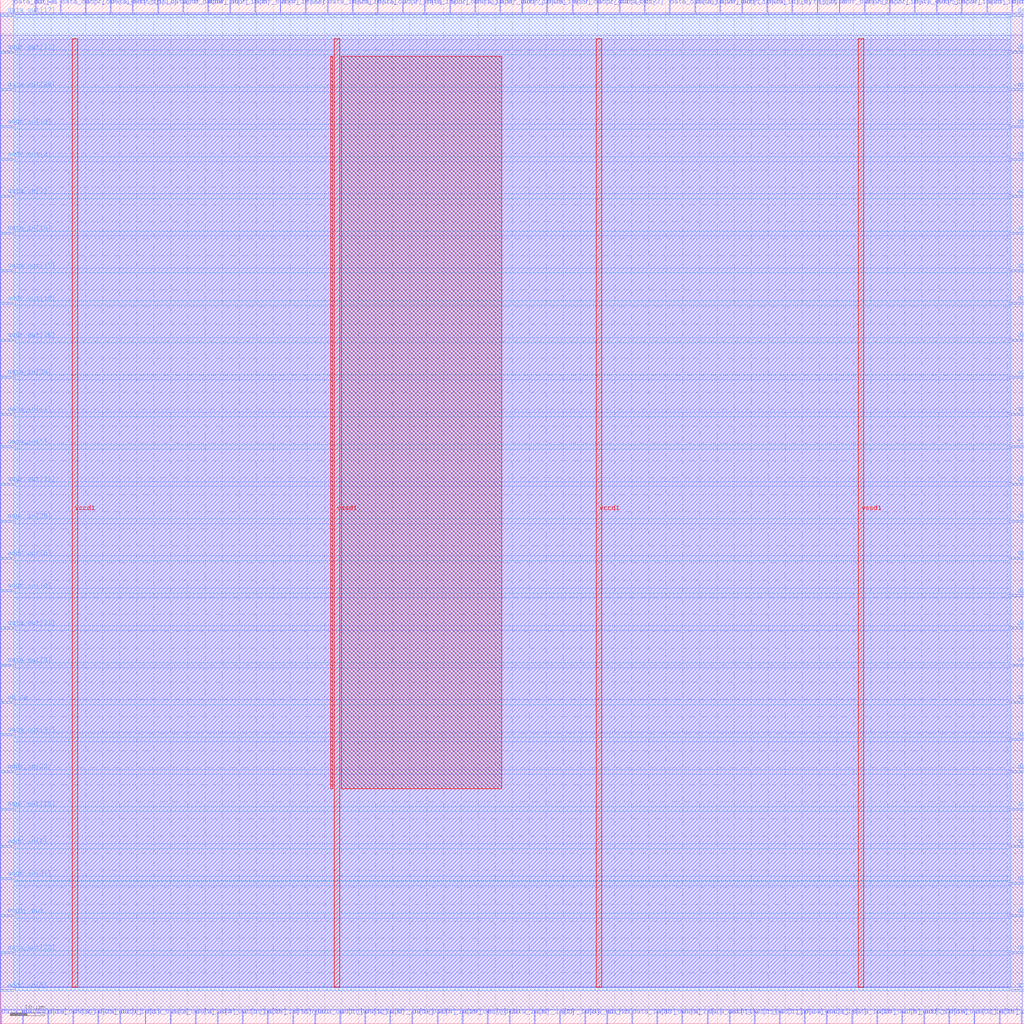
<source format=lef>
VERSION 5.7 ;
  NOWIREEXTENSIONATPIN ON ;
  DIVIDERCHAR "/" ;
  BUSBITCHARS "[]" ;
MACRO storebuffer
  CLASS BLOCK ;
  FOREIGN storebuffer ;
  ORIGIN 0.000 0.000 ;
  SIZE 300.000 BY 300.000 ;
  PIN addr_in[0]
    DIRECTION INPUT ;
    USE SIGNAL ;
    PORT
      LAYER met3 ;
        RECT 296.000 51.720 300.000 52.320 ;
    END
  END addr_in[0]
  PIN addr_in[10]
    DIRECTION INPUT ;
    USE SIGNAL ;
    PORT
      LAYER met3 ;
        RECT 0.000 126.520 4.000 127.120 ;
    END
  END addr_in[10]
  PIN addr_in[11]
    DIRECTION INPUT ;
    USE SIGNAL ;
    PORT
      LAYER met2 ;
        RECT 78.290 0.000 78.570 4.000 ;
    END
  END addr_in[11]
  PIN addr_in[12]
    DIRECTION INPUT ;
    USE SIGNAL ;
    PORT
      LAYER met3 ;
        RECT 0.000 262.520 4.000 263.120 ;
    END
  END addr_in[12]
  PIN addr_in[13]
    DIRECTION INPUT ;
    USE SIGNAL ;
    PORT
      LAYER met2 ;
        RECT 38.730 296.000 39.010 300.000 ;
    END
  END addr_in[13]
  PIN addr_in[14]
    DIRECTION INPUT ;
    USE SIGNAL ;
    PORT
      LAYER met2 ;
        RECT 53.450 296.000 53.730 300.000 ;
    END
  END addr_in[14]
  PIN addr_in[15]
    DIRECTION INPUT ;
    USE SIGNAL ;
    PORT
      LAYER met2 ;
        RECT 70.930 0.000 71.210 4.000 ;
    END
  END addr_in[15]
  PIN addr_in[16]
    DIRECTION INPUT ;
    USE SIGNAL ;
    PORT
      LAYER met3 ;
        RECT 296.000 210.840 300.000 211.440 ;
    END
  END addr_in[16]
  PIN addr_in[17]
    DIRECTION INPUT ;
    USE SIGNAL ;
    PORT
      LAYER met3 ;
        RECT 296.000 9.560 300.000 10.160 ;
    END
  END addr_in[17]
  PIN addr_in[18]
    DIRECTION INPUT ;
    USE SIGNAL ;
    PORT
      LAYER met2 ;
        RECT 270.570 0.000 270.850 4.000 ;
    END
  END addr_in[18]
  PIN addr_in[19]
    DIRECTION INPUT ;
    USE SIGNAL ;
    PORT
      LAYER met2 ;
        RECT 114.170 0.000 114.450 4.000 ;
    END
  END addr_in[19]
  PIN addr_in[1]
    DIRECTION INPUT ;
    USE SIGNAL ;
    PORT
      LAYER met2 ;
        RECT 156.490 0.000 156.770 4.000 ;
    END
  END addr_in[1]
  PIN addr_in[20]
    DIRECTION INPUT ;
    USE SIGNAL ;
    PORT
      LAYER met2 ;
        RECT 217.210 296.000 217.490 300.000 ;
    END
  END addr_in[20]
  PIN addr_in[21]
    DIRECTION INPUT ;
    USE SIGNAL ;
    PORT
      LAYER met3 ;
        RECT 0.000 42.200 4.000 42.800 ;
    END
  END addr_in[21]
  PIN addr_in[22]
    DIRECTION INPUT ;
    USE SIGNAL ;
    PORT
      LAYER met2 ;
        RECT 81.970 296.000 82.250 300.000 ;
    END
  END addr_in[22]
  PIN addr_in[23]
    DIRECTION INPUT ;
    USE SIGNAL ;
    PORT
      LAYER met3 ;
        RECT 0.000 73.480 4.000 74.080 ;
    END
  END addr_in[23]
  PIN addr_in[24]
    DIRECTION INPUT ;
    USE SIGNAL ;
    PORT
      LAYER met2 ;
        RECT 228.250 0.000 228.530 4.000 ;
    END
  END addr_in[24]
  PIN addr_in[25]
    DIRECTION INPUT ;
    USE SIGNAL ;
    PORT
      LAYER met3 ;
        RECT 0.000 146.920 4.000 147.520 ;
    END
  END addr_in[25]
  PIN addr_in[26]
    DIRECTION INPUT ;
    USE SIGNAL ;
    PORT
      LAYER met2 ;
        RECT 281.610 296.000 281.890 300.000 ;
    END
  END addr_in[26]
  PIN addr_in[27]
    DIRECTION INPUT ;
    USE SIGNAL ;
    PORT
      LAYER met2 ;
        RECT 253.090 296.000 253.370 300.000 ;
    END
  END addr_in[27]
  PIN addr_in[28]
    DIRECTION INPUT ;
    USE SIGNAL ;
    PORT
      LAYER met2 ;
        RECT 152.810 296.000 153.090 300.000 ;
    END
  END addr_in[28]
  PIN addr_in[29]
    DIRECTION INPUT ;
    USE SIGNAL ;
    PORT
      LAYER met2 ;
        RECT 127.970 0.000 128.250 4.000 ;
    END
  END addr_in[29]
  PIN addr_in[2]
    DIRECTION INPUT ;
    USE SIGNAL ;
    PORT
      LAYER met3 ;
        RECT 0.000 51.720 4.000 52.320 ;
    END
  END addr_in[2]
  PIN addr_in[30]
    DIRECTION INPUT ;
    USE SIGNAL ;
    PORT
      LAYER met2 ;
        RECT 274.250 296.000 274.530 300.000 ;
    END
  END addr_in[30]
  PIN addr_in[31]
    DIRECTION INPUT ;
    USE SIGNAL ;
    PORT
      LAYER met2 ;
        RECT 292.650 0.000 292.930 4.000 ;
    END
  END addr_in[31]
  PIN addr_in[3]
    DIRECTION INPUT ;
    USE SIGNAL ;
    PORT
      LAYER met3 ;
        RECT 0.000 9.560 4.000 10.160 ;
    END
  END addr_in[3]
  PIN addr_in[4]
    DIRECTION INPUT ;
    USE SIGNAL ;
    PORT
      LAYER met2 ;
        RECT 260.450 296.000 260.730 300.000 ;
    END
  END addr_in[4]
  PIN addr_in[5]
    DIRECTION INPUT ;
    USE SIGNAL ;
    PORT
      LAYER met2 ;
        RECT 288.970 296.000 289.250 300.000 ;
    END
  END addr_in[5]
  PIN addr_in[6]
    DIRECTION INPUT ;
    USE SIGNAL ;
    PORT
      LAYER met2 ;
        RECT 67.250 296.000 67.530 300.000 ;
    END
  END addr_in[6]
  PIN addr_in[7]
    DIRECTION INPUT ;
    USE SIGNAL ;
    PORT
      LAYER met2 ;
        RECT 60.810 296.000 61.090 300.000 ;
    END
  END addr_in[7]
  PIN addr_in[8]
    DIRECTION INPUT ;
    USE SIGNAL ;
    PORT
      LAYER met2 ;
        RECT 117.850 296.000 118.130 300.000 ;
    END
  END addr_in[8]
  PIN addr_in[9]
    DIRECTION INPUT ;
    USE SIGNAL ;
    PORT
      LAYER met2 ;
        RECT 163.850 0.000 164.130 4.000 ;
    END
  END addr_in[9]
  PIN addr_out[0]
    DIRECTION OUTPUT TRISTATE ;
    USE SIGNAL ;
    PORT
      LAYER met2 ;
        RECT 135.330 0.000 135.610 4.000 ;
    END
  END addr_out[0]
  PIN addr_out[10]
    DIRECTION OUTPUT TRISTATE ;
    USE SIGNAL ;
    PORT
      LAYER met3 ;
        RECT 296.000 178.200 300.000 178.800 ;
    END
  END addr_out[10]
  PIN addr_out[11]
    DIRECTION OUTPUT TRISTATE ;
    USE SIGNAL ;
    PORT
      LAYER met2 ;
        RECT 220.890 0.000 221.170 4.000 ;
    END
  END addr_out[11]
  PIN addr_out[12]
    DIRECTION OUTPUT TRISTATE ;
    USE SIGNAL ;
    PORT
      LAYER met2 ;
        RECT 99.450 0.000 99.730 4.000 ;
    END
  END addr_out[12]
  PIN addr_out[13]
    DIRECTION OUTPUT TRISTATE ;
    USE SIGNAL ;
    PORT
      LAYER met2 ;
        RECT 131.650 296.000 131.930 300.000 ;
    END
  END addr_out[13]
  PIN addr_out[14]
    DIRECTION OUTPUT TRISTATE ;
    USE SIGNAL ;
    PORT
      LAYER met2 ;
        RECT 174.890 296.000 175.170 300.000 ;
    END
  END addr_out[14]
  PIN addr_out[15]
    DIRECTION OUTPUT TRISTATE ;
    USE SIGNAL ;
    PORT
      LAYER met2 ;
        RECT 213.530 0.000 213.810 4.000 ;
    END
  END addr_out[15]
  PIN addr_out[16]
    DIRECTION OUTPUT TRISTATE ;
    USE SIGNAL ;
    PORT
      LAYER met3 ;
        RECT 0.000 210.840 4.000 211.440 ;
    END
  END addr_out[16]
  PIN addr_out[17]
    DIRECTION OUTPUT TRISTATE ;
    USE SIGNAL ;
    PORT
      LAYER met2 ;
        RECT 210.770 296.000 211.050 300.000 ;
    END
  END addr_out[17]
  PIN addr_out[18]
    DIRECTION OUTPUT TRISTATE ;
    USE SIGNAL ;
    PORT
      LAYER met3 ;
        RECT 0.000 62.600 4.000 63.200 ;
    END
  END addr_out[18]
  PIN addr_out[19]
    DIRECTION OUTPUT TRISTATE ;
    USE SIGNAL ;
    PORT
      LAYER met3 ;
        RECT 296.000 189.080 300.000 189.680 ;
    END
  END addr_out[19]
  PIN addr_out[1]
    DIRECTION OUTPUT TRISTATE ;
    USE SIGNAL ;
    PORT
      LAYER met3 ;
        RECT 296.000 231.240 300.000 231.840 ;
    END
  END addr_out[1]
  PIN addr_out[20]
    DIRECTION OUTPUT TRISTATE ;
    USE SIGNAL ;
    PORT
      LAYER met3 ;
        RECT 296.000 40.840 300.000 41.440 ;
    END
  END addr_out[20]
  PIN addr_out[21]
    DIRECTION OUTPUT TRISTATE ;
    USE SIGNAL ;
    PORT
      LAYER met3 ;
        RECT 296.000 93.880 300.000 94.480 ;
    END
  END addr_out[21]
  PIN addr_out[22]
    DIRECTION OUTPUT TRISTATE ;
    USE SIGNAL ;
    PORT
      LAYER met3 ;
        RECT 0.000 284.280 4.000 284.880 ;
    END
  END addr_out[22]
  PIN addr_out[23]
    DIRECTION OUTPUT TRISTATE ;
    USE SIGNAL ;
    PORT
      LAYER met3 ;
        RECT 0.000 157.800 4.000 158.400 ;
    END
  END addr_out[23]
  PIN addr_out[24]
    DIRECTION OUTPUT TRISTATE ;
    USE SIGNAL ;
    PORT
      LAYER met3 ;
        RECT 296.000 220.360 300.000 220.960 ;
    END
  END addr_out[24]
  PIN addr_out[25]
    DIRECTION OUTPUT TRISTATE ;
    USE SIGNAL ;
    PORT
      LAYER met2 ;
        RECT 264.130 0.000 264.410 4.000 ;
    END
  END addr_out[25]
  PIN addr_out[26]
    DIRECTION OUTPUT TRISTATE ;
    USE SIGNAL ;
    PORT
      LAYER met3 ;
        RECT 0.000 199.960 4.000 200.560 ;
    END
  END addr_out[26]
  PIN addr_out[27]
    DIRECTION OUTPUT TRISTATE ;
    USE SIGNAL ;
    PORT
      LAYER met2 ;
        RECT 167.530 296.000 167.810 300.000 ;
    END
  END addr_out[27]
  PIN addr_out[28]
    DIRECTION OUTPUT TRISTATE ;
    USE SIGNAL ;
    PORT
      LAYER met2 ;
        RECT 245.730 296.000 246.010 300.000 ;
    END
  END addr_out[28]
  PIN addr_out[29]
    DIRECTION OUTPUT TRISTATE ;
    USE SIGNAL ;
    PORT
      LAYER met3 ;
        RECT 296.000 273.400 300.000 274.000 ;
    END
  END addr_out[29]
  PIN addr_out[2]
    DIRECTION OUTPUT TRISTATE ;
    USE SIGNAL ;
    PORT
      LAYER met3 ;
        RECT 0.000 253.000 4.000 253.600 ;
    END
  END addr_out[2]
  PIN addr_out[30]
    DIRECTION OUTPUT TRISTATE ;
    USE SIGNAL ;
    PORT
      LAYER met2 ;
        RECT 63.570 0.000 63.850 4.000 ;
    END
  END addr_out[30]
  PIN addr_out[31]
    DIRECTION OUTPUT TRISTATE ;
    USE SIGNAL ;
    PORT
      LAYER met2 ;
        RECT 24.930 296.000 25.210 300.000 ;
    END
  END addr_out[31]
  PIN addr_out[3]
    DIRECTION OUTPUT TRISTATE ;
    USE SIGNAL ;
    PORT
      LAYER met3 ;
        RECT 296.000 62.600 300.000 63.200 ;
    END
  END addr_out[3]
  PIN addr_out[4]
    DIRECTION OUTPUT TRISTATE ;
    USE SIGNAL ;
    PORT
      LAYER met2 ;
        RECT 74.610 296.000 74.890 300.000 ;
    END
  END addr_out[4]
  PIN addr_out[5]
    DIRECTION OUTPUT TRISTATE ;
    USE SIGNAL ;
    PORT
      LAYER met2 ;
        RECT 256.770 0.000 257.050 4.000 ;
    END
  END addr_out[5]
  PIN addr_out[6]
    DIRECTION OUTPUT TRISTATE ;
    USE SIGNAL ;
    PORT
      LAYER met3 ;
        RECT 0.000 136.040 4.000 136.640 ;
    END
  END addr_out[6]
  PIN addr_out[7]
    DIRECTION OUTPUT TRISTATE ;
    USE SIGNAL ;
    PORT
      LAYER met2 ;
        RECT 146.370 296.000 146.650 300.000 ;
    END
  END addr_out[7]
  PIN addr_out[8]
    DIRECTION OUTPUT TRISTATE ;
    USE SIGNAL ;
    PORT
      LAYER met2 ;
        RECT 192.370 0.000 192.650 4.000 ;
    END
  END addr_out[8]
  PIN addr_out[9]
    DIRECTION OUTPUT TRISTATE ;
    USE SIGNAL ;
    PORT
      LAYER met3 ;
        RECT 296.000 242.120 300.000 242.720 ;
    END
  END addr_out[9]
  PIN clk
    DIRECTION INPUT ;
    USE SIGNAL ;
    PORT
      LAYER met2 ;
        RECT 188.690 296.000 188.970 300.000 ;
    END
  END clk
  PIN data_in[0]
    DIRECTION INPUT ;
    USE SIGNAL ;
    PORT
      LAYER met2 ;
        RECT 106.810 0.000 107.090 4.000 ;
    END
  END data_in[0]
  PIN data_in[10]
    DIRECTION INPUT ;
    USE SIGNAL ;
    PORT
      LAYER met3 ;
        RECT 0.000 231.240 4.000 231.840 ;
    END
  END data_in[10]
  PIN data_in[11]
    DIRECTION INPUT ;
    USE SIGNAL ;
    PORT
      LAYER met3 ;
        RECT 0.000 178.200 4.000 178.800 ;
    END
  END data_in[11]
  PIN data_in[12]
    DIRECTION INPUT ;
    USE SIGNAL ;
    PORT
      LAYER met2 ;
        RECT 124.290 296.000 124.570 300.000 ;
    END
  END data_in[12]
  PIN data_in[13]
    DIRECTION INPUT ;
    USE SIGNAL ;
    PORT
      LAYER met2 ;
        RECT 185.010 0.000 185.290 4.000 ;
    END
  END data_in[13]
  PIN data_in[14]
    DIRECTION INPUT ;
    USE SIGNAL ;
    PORT
      LAYER met3 ;
        RECT 296.000 157.800 300.000 158.400 ;
    END
  END data_in[14]
  PIN data_in[15]
    DIRECTION INPUT ;
    USE SIGNAL ;
    PORT
      LAYER met2 ;
        RECT 285.290 0.000 285.570 4.000 ;
    END
  END data_in[15]
  PIN data_in[16]
    DIRECTION INPUT ;
    USE SIGNAL ;
    PORT
      LAYER met2 ;
        RECT 224.570 296.000 224.850 300.000 ;
    END
  END data_in[16]
  PIN data_in[17]
    DIRECTION INPUT ;
    USE SIGNAL ;
    PORT
      LAYER met3 ;
        RECT 296.000 284.280 300.000 284.880 ;
    END
  END data_in[17]
  PIN data_in[18]
    DIRECTION INPUT ;
    USE SIGNAL ;
    PORT
      LAYER met2 ;
        RECT 160.170 296.000 160.450 300.000 ;
    END
  END data_in[18]
  PIN data_in[19]
    DIRECTION INPUT ;
    USE SIGNAL ;
    PORT
      LAYER met2 ;
        RECT 6.530 0.000 6.810 4.000 ;
    END
  END data_in[19]
  PIN data_in[1]
    DIRECTION INPUT ;
    USE SIGNAL ;
    PORT
      LAYER met2 ;
        RECT 35.050 0.000 35.330 4.000 ;
    END
  END data_in[1]
  PIN data_in[20]
    DIRECTION INPUT ;
    USE SIGNAL ;
    PORT
      LAYER met2 ;
        RECT 249.410 0.000 249.690 4.000 ;
    END
  END data_in[20]
  PIN data_in[21]
    DIRECTION INPUT ;
    USE SIGNAL ;
    PORT
      LAYER met2 ;
        RECT 103.130 296.000 103.410 300.000 ;
    END
  END data_in[21]
  PIN data_in[22]
    DIRECTION INPUT ;
    USE SIGNAL ;
    PORT
      LAYER met3 ;
        RECT 296.000 125.160 300.000 125.760 ;
    END
  END data_in[22]
  PIN data_in[23]
    DIRECTION INPUT ;
    USE SIGNAL ;
    PORT
      LAYER met3 ;
        RECT 296.000 73.480 300.000 74.080 ;
    END
  END data_in[23]
  PIN data_in[24]
    DIRECTION INPUT ;
    USE SIGNAL ;
    PORT
      LAYER met3 ;
        RECT 296.000 295.160 300.000 295.760 ;
    END
  END data_in[24]
  PIN data_in[25]
    DIRECTION INPUT ;
    USE SIGNAL ;
    PORT
      LAYER met2 ;
        RECT 21.250 0.000 21.530 4.000 ;
    END
  END data_in[25]
  PIN data_in[26]
    DIRECTION INPUT ;
    USE SIGNAL ;
    PORT
      LAYER met2 ;
        RECT 95.770 296.000 96.050 300.000 ;
    END
  END data_in[26]
  PIN data_in[27]
    DIRECTION INPUT ;
    USE SIGNAL ;
    PORT
      LAYER met3 ;
        RECT 296.000 83.000 300.000 83.600 ;
    END
  END data_in[27]
  PIN data_in[28]
    DIRECTION INPUT ;
    USE SIGNAL ;
    PORT
      LAYER met2 ;
        RECT 203.410 296.000 203.690 300.000 ;
    END
  END data_in[28]
  PIN data_in[29]
    DIRECTION INPUT ;
    USE SIGNAL ;
    PORT
      LAYER met3 ;
        RECT 296.000 20.440 300.000 21.040 ;
    END
  END data_in[29]
  PIN data_in[2]
    DIRECTION INPUT ;
    USE SIGNAL ;
    PORT
      LAYER met3 ;
        RECT 0.000 242.120 4.000 242.720 ;
    END
  END data_in[2]
  PIN data_in[30]
    DIRECTION INPUT ;
    USE SIGNAL ;
    PORT
      LAYER met3 ;
        RECT 0.000 189.080 4.000 189.680 ;
    END
  END data_in[30]
  PIN data_in[31]
    DIRECTION INPUT ;
    USE SIGNAL ;
    PORT
      LAYER met3 ;
        RECT 296.000 136.040 300.000 136.640 ;
    END
  END data_in[31]
  PIN data_in[3]
    DIRECTION INPUT ;
    USE SIGNAL ;
    PORT
      LAYER met2 ;
        RECT 296.330 296.000 296.610 300.000 ;
    END
  END data_in[3]
  PIN data_in[4]
    DIRECTION INPUT ;
    USE SIGNAL ;
    PORT
      LAYER met2 ;
        RECT 57.130 0.000 57.410 4.000 ;
    END
  END data_in[4]
  PIN data_in[5]
    DIRECTION INPUT ;
    USE SIGNAL ;
    PORT
      LAYER met3 ;
        RECT 0.000 168.680 4.000 169.280 ;
    END
  END data_in[5]
  PIN data_in[6]
    DIRECTION INPUT ;
    USE SIGNAL ;
    PORT
      LAYER met2 ;
        RECT 149.130 0.000 149.410 4.000 ;
    END
  END data_in[6]
  PIN data_in[7]
    DIRECTION INPUT ;
    USE SIGNAL ;
    PORT
      LAYER met2 ;
        RECT 242.050 0.000 242.330 4.000 ;
    END
  END data_in[7]
  PIN data_in[8]
    DIRECTION INPUT ;
    USE SIGNAL ;
    PORT
      LAYER met2 ;
        RECT 139.010 296.000 139.290 300.000 ;
    END
  END data_in[8]
  PIN data_in[9]
    DIRECTION INPUT ;
    USE SIGNAL ;
    PORT
      LAYER met2 ;
        RECT 199.730 0.000 200.010 4.000 ;
    END
  END data_in[9]
  PIN data_out[0]
    DIRECTION OUTPUT TRISTATE ;
    USE SIGNAL ;
    PORT
      LAYER met2 ;
        RECT 28.610 0.000 28.890 4.000 ;
    END
  END data_out[0]
  PIN data_out[10]
    DIRECTION OUTPUT TRISTATE ;
    USE SIGNAL ;
    PORT
      LAYER met2 ;
        RECT 92.090 0.000 92.370 4.000 ;
    END
  END data_out[10]
  PIN data_out[11]
    DIRECTION OUTPUT TRISTATE ;
    USE SIGNAL ;
    PORT
      LAYER met2 ;
        RECT 277.930 0.000 278.210 4.000 ;
    END
  END data_out[11]
  PIN data_out[12]
    DIRECTION OUTPUT TRISTATE ;
    USE SIGNAL ;
    PORT
      LAYER met3 ;
        RECT 296.000 199.960 300.000 200.560 ;
    END
  END data_out[12]
  PIN data_out[13]
    DIRECTION OUTPUT TRISTATE ;
    USE SIGNAL ;
    PORT
      LAYER met3 ;
        RECT 296.000 115.640 300.000 116.240 ;
    END
  END data_out[13]
  PIN data_out[14]
    DIRECTION OUTPUT TRISTATE ;
    USE SIGNAL ;
    PORT
      LAYER met2 ;
        RECT 207.090 0.000 207.370 4.000 ;
    END
  END data_out[14]
  PIN data_out[15]
    DIRECTION OUTPUT TRISTATE ;
    USE SIGNAL ;
    PORT
      LAYER met3 ;
        RECT 0.000 220.360 4.000 220.960 ;
    END
  END data_out[15]
  PIN data_out[16]
    DIRECTION OUTPUT TRISTATE ;
    USE SIGNAL ;
    PORT
      LAYER met3 ;
        RECT 296.000 31.320 300.000 31.920 ;
    END
  END data_out[16]
  PIN data_out[17]
    DIRECTION OUTPUT TRISTATE ;
    USE SIGNAL ;
    PORT
      LAYER met3 ;
        RECT 0.000 295.160 4.000 295.760 ;
    END
  END data_out[17]
  PIN data_out[18]
    DIRECTION OUTPUT TRISTATE ;
    USE SIGNAL ;
    PORT
      LAYER met3 ;
        RECT 296.000 146.920 300.000 147.520 ;
    END
  END data_out[18]
  PIN data_out[19]
    DIRECTION OUTPUT TRISTATE ;
    USE SIGNAL ;
    PORT
      LAYER met3 ;
        RECT 296.000 253.000 300.000 253.600 ;
    END
  END data_out[19]
  PIN data_out[1]
    DIRECTION OUTPUT TRISTATE ;
    USE SIGNAL ;
    PORT
      LAYER met2 ;
        RECT 235.610 0.000 235.890 4.000 ;
    END
  END data_out[1]
  PIN data_out[20]
    DIRECTION OUTPUT TRISTATE ;
    USE SIGNAL ;
    PORT
      LAYER met3 ;
        RECT 296.000 262.520 300.000 263.120 ;
    END
  END data_out[20]
  PIN data_out[21]
    DIRECTION OUTPUT TRISTATE ;
    USE SIGNAL ;
    PORT
      LAYER met2 ;
        RECT 3.770 296.000 4.050 300.000 ;
    END
  END data_out[21]
  PIN data_out[22]
    DIRECTION OUTPUT TRISTATE ;
    USE SIGNAL ;
    PORT
      LAYER met3 ;
        RECT 0.000 20.440 4.000 21.040 ;
    END
  END data_out[22]
  PIN data_out[23]
    DIRECTION OUTPUT TRISTATE ;
    USE SIGNAL ;
    PORT
      LAYER met3 ;
        RECT 0.000 115.640 4.000 116.240 ;
    END
  END data_out[23]
  PIN data_out[24]
    DIRECTION OUTPUT TRISTATE ;
    USE SIGNAL ;
    PORT
      LAYER met2 ;
        RECT 0.090 0.000 0.370 4.000 ;
    END
  END data_out[24]
  PIN data_out[25]
    DIRECTION OUTPUT TRISTATE ;
    USE SIGNAL ;
    PORT
      LAYER met2 ;
        RECT 171.210 0.000 171.490 4.000 ;
    END
  END data_out[25]
  PIN data_out[26]
    DIRECTION OUTPUT TRISTATE ;
    USE SIGNAL ;
    PORT
      LAYER met2 ;
        RECT 32.290 296.000 32.570 300.000 ;
    END
  END data_out[26]
  PIN data_out[27]
    DIRECTION OUTPUT TRISTATE ;
    USE SIGNAL ;
    PORT
      LAYER met2 ;
        RECT 110.490 296.000 110.770 300.000 ;
    END
  END data_out[27]
  PIN data_out[28]
    DIRECTION OUTPUT TRISTATE ;
    USE SIGNAL ;
    PORT
      LAYER met2 ;
        RECT 196.050 296.000 196.330 300.000 ;
    END
  END data_out[28]
  PIN data_out[29]
    DIRECTION OUTPUT TRISTATE ;
    USE SIGNAL ;
    PORT
      LAYER met3 ;
        RECT 0.000 273.400 4.000 274.000 ;
    END
  END data_out[29]
  PIN data_out[2]
    DIRECTION OUTPUT TRISTATE ;
    USE SIGNAL ;
    PORT
      LAYER met2 ;
        RECT 42.410 0.000 42.690 4.000 ;
    END
  END data_out[2]
  PIN data_out[30]
    DIRECTION OUTPUT TRISTATE ;
    USE SIGNAL ;
    PORT
      LAYER met2 ;
        RECT 13.890 0.000 14.170 4.000 ;
    END
  END data_out[30]
  PIN data_out[31]
    DIRECTION OUTPUT TRISTATE ;
    USE SIGNAL ;
    PORT
      LAYER met3 ;
        RECT 0.000 84.360 4.000 84.960 ;
    END
  END data_out[31]
  PIN data_out[3]
    DIRECTION OUTPUT TRISTATE ;
    USE SIGNAL ;
    PORT
      LAYER met2 ;
        RECT 181.330 296.000 181.610 300.000 ;
    END
  END data_out[3]
  PIN data_out[4]
    DIRECTION OUTPUT TRISTATE ;
    USE SIGNAL ;
    PORT
      LAYER met2 ;
        RECT 120.610 0.000 120.890 4.000 ;
    END
  END data_out[4]
  PIN data_out[5]
    DIRECTION OUTPUT TRISTATE ;
    USE SIGNAL ;
    PORT
      LAYER met2 ;
        RECT 267.810 296.000 268.090 300.000 ;
    END
  END data_out[5]
  PIN data_out[6]
    DIRECTION OUTPUT TRISTATE ;
    USE SIGNAL ;
    PORT
      LAYER met2 ;
        RECT 299.090 0.000 299.370 4.000 ;
    END
  END data_out[6]
  PIN data_out[7]
    DIRECTION OUTPUT TRISTATE ;
    USE SIGNAL ;
    PORT
      LAYER met2 ;
        RECT 17.570 296.000 17.850 300.000 ;
    END
  END data_out[7]
  PIN data_out[8]
    DIRECTION OUTPUT TRISTATE ;
    USE SIGNAL ;
    PORT
      LAYER met3 ;
        RECT 0.000 104.760 4.000 105.360 ;
    END
  END data_out[8]
  PIN data_out[9]
    DIRECTION OUTPUT TRISTATE ;
    USE SIGNAL ;
    PORT
      LAYER met2 ;
        RECT 49.770 0.000 50.050 4.000 ;
    END
  END data_out[9]
  PIN drain_out
    DIRECTION OUTPUT TRISTATE ;
    USE SIGNAL ;
    PORT
      LAYER met2 ;
        RECT 85.650 0.000 85.930 4.000 ;
    END
  END drain_out
  PIN empty_out
    DIRECTION OUTPUT TRISTATE ;
    USE SIGNAL ;
    PORT
      LAYER met3 ;
        RECT 0.000 31.320 4.000 31.920 ;
    END
  END empty_out
  PIN full_out
    DIRECTION OUTPUT TRISTATE ;
    USE SIGNAL ;
    PORT
      LAYER met3 ;
        RECT 296.000 168.680 300.000 169.280 ;
    END
  END full_out
  PIN hit_dtlb
    DIRECTION INPUT ;
    USE SIGNAL ;
    PORT
      LAYER met2 ;
        RECT 142.690 0.000 142.970 4.000 ;
    END
  END hit_dtlb
  PIN is_byte
    DIRECTION INPUT ;
    USE SIGNAL ;
    PORT
      LAYER met2 ;
        RECT 239.290 296.000 239.570 300.000 ;
    END
  END is_byte
  PIN is_byte_out
    DIRECTION OUTPUT TRISTATE ;
    USE SIGNAL ;
    PORT
      LAYER met2 ;
        RECT 231.930 296.000 232.210 300.000 ;
    END
  END is_byte_out
  PIN is_data_to_cache
    DIRECTION OUTPUT TRISTATE ;
    USE SIGNAL ;
    PORT
      LAYER met2 ;
        RECT 46.090 296.000 46.370 300.000 ;
    END
  END is_data_to_cache
  PIN reset
    DIRECTION INPUT ;
    USE SIGNAL ;
    PORT
      LAYER met2 ;
        RECT 89.330 296.000 89.610 300.000 ;
    END
  END reset
  PIN sb_hit
    DIRECTION OUTPUT TRISTATE ;
    USE SIGNAL ;
    PORT
      LAYER met2 ;
        RECT 177.650 0.000 177.930 4.000 ;
    END
  END sb_hit
  PIN sb_re
    DIRECTION INPUT ;
    USE SIGNAL ;
    PORT
      LAYER met3 ;
        RECT 0.000 93.880 4.000 94.480 ;
    END
  END sb_re
  PIN sb_we
    DIRECTION INPUT ;
    USE SIGNAL ;
    PORT
      LAYER met2 ;
        RECT 10.210 296.000 10.490 300.000 ;
    END
  END sb_we
  PIN stall_dcache
    DIRECTION INPUT ;
    USE SIGNAL ;
    PORT
      LAYER met3 ;
        RECT 296.000 104.760 300.000 105.360 ;
    END
  END stall_dcache
  PIN vccd1
    DIRECTION INPUT ;
    USE POWER ;
    PORT
      LAYER met4 ;
        RECT 21.040 10.640 22.640 288.560 ;
    END
    PORT
      LAYER met4 ;
        RECT 174.640 10.640 176.240 288.560 ;
    END
  END vccd1
  PIN vssd1
    DIRECTION INPUT ;
    USE GROUND ;
    PORT
      LAYER met4 ;
        RECT 97.840 10.640 99.440 288.560 ;
    END
    PORT
      LAYER met4 ;
        RECT 251.440 10.640 253.040 288.560 ;
    END
  END vssd1
  OBS
      LAYER li1 ;
        RECT 5.520 10.795 296.095 288.405 ;
      LAYER met1 ;
        RECT 0.070 10.640 299.390 289.640 ;
      LAYER met2 ;
        RECT 0.100 295.720 3.490 296.210 ;
        RECT 4.330 295.720 9.930 296.210 ;
        RECT 10.770 295.720 17.290 296.210 ;
        RECT 18.130 295.720 24.650 296.210 ;
        RECT 25.490 295.720 32.010 296.210 ;
        RECT 32.850 295.720 38.450 296.210 ;
        RECT 39.290 295.720 45.810 296.210 ;
        RECT 46.650 295.720 53.170 296.210 ;
        RECT 54.010 295.720 60.530 296.210 ;
        RECT 61.370 295.720 66.970 296.210 ;
        RECT 67.810 295.720 74.330 296.210 ;
        RECT 75.170 295.720 81.690 296.210 ;
        RECT 82.530 295.720 89.050 296.210 ;
        RECT 89.890 295.720 95.490 296.210 ;
        RECT 96.330 295.720 102.850 296.210 ;
        RECT 103.690 295.720 110.210 296.210 ;
        RECT 111.050 295.720 117.570 296.210 ;
        RECT 118.410 295.720 124.010 296.210 ;
        RECT 124.850 295.720 131.370 296.210 ;
        RECT 132.210 295.720 138.730 296.210 ;
        RECT 139.570 295.720 146.090 296.210 ;
        RECT 146.930 295.720 152.530 296.210 ;
        RECT 153.370 295.720 159.890 296.210 ;
        RECT 160.730 295.720 167.250 296.210 ;
        RECT 168.090 295.720 174.610 296.210 ;
        RECT 175.450 295.720 181.050 296.210 ;
        RECT 181.890 295.720 188.410 296.210 ;
        RECT 189.250 295.720 195.770 296.210 ;
        RECT 196.610 295.720 203.130 296.210 ;
        RECT 203.970 295.720 210.490 296.210 ;
        RECT 211.330 295.720 216.930 296.210 ;
        RECT 217.770 295.720 224.290 296.210 ;
        RECT 225.130 295.720 231.650 296.210 ;
        RECT 232.490 295.720 239.010 296.210 ;
        RECT 239.850 295.720 245.450 296.210 ;
        RECT 246.290 295.720 252.810 296.210 ;
        RECT 253.650 295.720 260.170 296.210 ;
        RECT 261.010 295.720 267.530 296.210 ;
        RECT 268.370 295.720 273.970 296.210 ;
        RECT 274.810 295.720 281.330 296.210 ;
        RECT 282.170 295.720 288.690 296.210 ;
        RECT 289.530 295.720 296.050 296.210 ;
        RECT 296.890 295.720 299.360 296.210 ;
        RECT 0.100 4.280 299.360 295.720 ;
        RECT 0.650 4.000 6.250 4.280 ;
        RECT 7.090 4.000 13.610 4.280 ;
        RECT 14.450 4.000 20.970 4.280 ;
        RECT 21.810 4.000 28.330 4.280 ;
        RECT 29.170 4.000 34.770 4.280 ;
        RECT 35.610 4.000 42.130 4.280 ;
        RECT 42.970 4.000 49.490 4.280 ;
        RECT 50.330 4.000 56.850 4.280 ;
        RECT 57.690 4.000 63.290 4.280 ;
        RECT 64.130 4.000 70.650 4.280 ;
        RECT 71.490 4.000 78.010 4.280 ;
        RECT 78.850 4.000 85.370 4.280 ;
        RECT 86.210 4.000 91.810 4.280 ;
        RECT 92.650 4.000 99.170 4.280 ;
        RECT 100.010 4.000 106.530 4.280 ;
        RECT 107.370 4.000 113.890 4.280 ;
        RECT 114.730 4.000 120.330 4.280 ;
        RECT 121.170 4.000 127.690 4.280 ;
        RECT 128.530 4.000 135.050 4.280 ;
        RECT 135.890 4.000 142.410 4.280 ;
        RECT 143.250 4.000 148.850 4.280 ;
        RECT 149.690 4.000 156.210 4.280 ;
        RECT 157.050 4.000 163.570 4.280 ;
        RECT 164.410 4.000 170.930 4.280 ;
        RECT 171.770 4.000 177.370 4.280 ;
        RECT 178.210 4.000 184.730 4.280 ;
        RECT 185.570 4.000 192.090 4.280 ;
        RECT 192.930 4.000 199.450 4.280 ;
        RECT 200.290 4.000 206.810 4.280 ;
        RECT 207.650 4.000 213.250 4.280 ;
        RECT 214.090 4.000 220.610 4.280 ;
        RECT 221.450 4.000 227.970 4.280 ;
        RECT 228.810 4.000 235.330 4.280 ;
        RECT 236.170 4.000 241.770 4.280 ;
        RECT 242.610 4.000 249.130 4.280 ;
        RECT 249.970 4.000 256.490 4.280 ;
        RECT 257.330 4.000 263.850 4.280 ;
        RECT 264.690 4.000 270.290 4.280 ;
        RECT 271.130 4.000 277.650 4.280 ;
        RECT 278.490 4.000 285.010 4.280 ;
        RECT 285.850 4.000 292.370 4.280 ;
        RECT 293.210 4.000 298.810 4.280 ;
      LAYER met3 ;
        RECT 4.400 294.760 295.600 295.625 ;
        RECT 4.000 285.280 296.000 294.760 ;
        RECT 4.400 283.880 295.600 285.280 ;
        RECT 4.000 274.400 296.000 283.880 ;
        RECT 4.400 273.000 295.600 274.400 ;
        RECT 4.000 263.520 296.000 273.000 ;
        RECT 4.400 262.120 295.600 263.520 ;
        RECT 4.000 254.000 296.000 262.120 ;
        RECT 4.400 252.600 295.600 254.000 ;
        RECT 4.000 243.120 296.000 252.600 ;
        RECT 4.400 241.720 295.600 243.120 ;
        RECT 4.000 232.240 296.000 241.720 ;
        RECT 4.400 230.840 295.600 232.240 ;
        RECT 4.000 221.360 296.000 230.840 ;
        RECT 4.400 219.960 295.600 221.360 ;
        RECT 4.000 211.840 296.000 219.960 ;
        RECT 4.400 210.440 295.600 211.840 ;
        RECT 4.000 200.960 296.000 210.440 ;
        RECT 4.400 199.560 295.600 200.960 ;
        RECT 4.000 190.080 296.000 199.560 ;
        RECT 4.400 188.680 295.600 190.080 ;
        RECT 4.000 179.200 296.000 188.680 ;
        RECT 4.400 177.800 295.600 179.200 ;
        RECT 4.000 169.680 296.000 177.800 ;
        RECT 4.400 168.280 295.600 169.680 ;
        RECT 4.000 158.800 296.000 168.280 ;
        RECT 4.400 157.400 295.600 158.800 ;
        RECT 4.000 147.920 296.000 157.400 ;
        RECT 4.400 146.520 295.600 147.920 ;
        RECT 4.000 137.040 296.000 146.520 ;
        RECT 4.400 135.640 295.600 137.040 ;
        RECT 4.000 127.520 296.000 135.640 ;
        RECT 4.400 126.160 296.000 127.520 ;
        RECT 4.400 126.120 295.600 126.160 ;
        RECT 4.000 124.760 295.600 126.120 ;
        RECT 4.000 116.640 296.000 124.760 ;
        RECT 4.400 115.240 295.600 116.640 ;
        RECT 4.000 105.760 296.000 115.240 ;
        RECT 4.400 104.360 295.600 105.760 ;
        RECT 4.000 94.880 296.000 104.360 ;
        RECT 4.400 93.480 295.600 94.880 ;
        RECT 4.000 85.360 296.000 93.480 ;
        RECT 4.400 84.000 296.000 85.360 ;
        RECT 4.400 83.960 295.600 84.000 ;
        RECT 4.000 82.600 295.600 83.960 ;
        RECT 4.000 74.480 296.000 82.600 ;
        RECT 4.400 73.080 295.600 74.480 ;
        RECT 4.000 63.600 296.000 73.080 ;
        RECT 4.400 62.200 295.600 63.600 ;
        RECT 4.000 52.720 296.000 62.200 ;
        RECT 4.400 51.320 295.600 52.720 ;
        RECT 4.000 43.200 296.000 51.320 ;
        RECT 4.400 41.840 296.000 43.200 ;
        RECT 4.400 41.800 295.600 41.840 ;
        RECT 4.000 40.440 295.600 41.800 ;
        RECT 4.000 32.320 296.000 40.440 ;
        RECT 4.400 30.920 295.600 32.320 ;
        RECT 4.000 21.440 296.000 30.920 ;
        RECT 4.400 20.040 295.600 21.440 ;
        RECT 4.000 10.560 296.000 20.040 ;
        RECT 4.400 9.695 295.600 10.560 ;
      LAYER met4 ;
        RECT 96.895 68.855 97.440 283.385 ;
        RECT 99.840 68.855 146.905 283.385 ;
  END
END storebuffer
END LIBRARY


</source>
